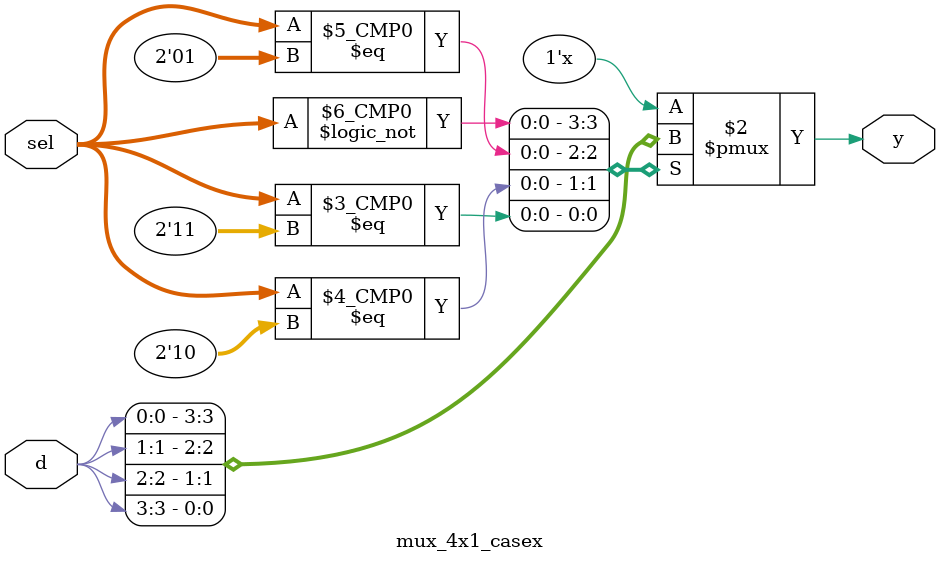
<source format=v>
module mux_4x1_casex(
input [3:0] d ,
input [1:0] sel ,
output reg y
);

	always @(*) begin
	   casex(sel)
		2'b00: y=d[0];
		2'b01: y=d[1];
		2'b10: y=d[2];
		2'b11: y=d[3];

		2'b0x: y=d[0];
		2'b1x: y=d[1];
		2'bx0: y=d[2];
		2'bx1: y=d[3];

		default: y=1'b0;
	   endcase
	end
endmodule


</source>
